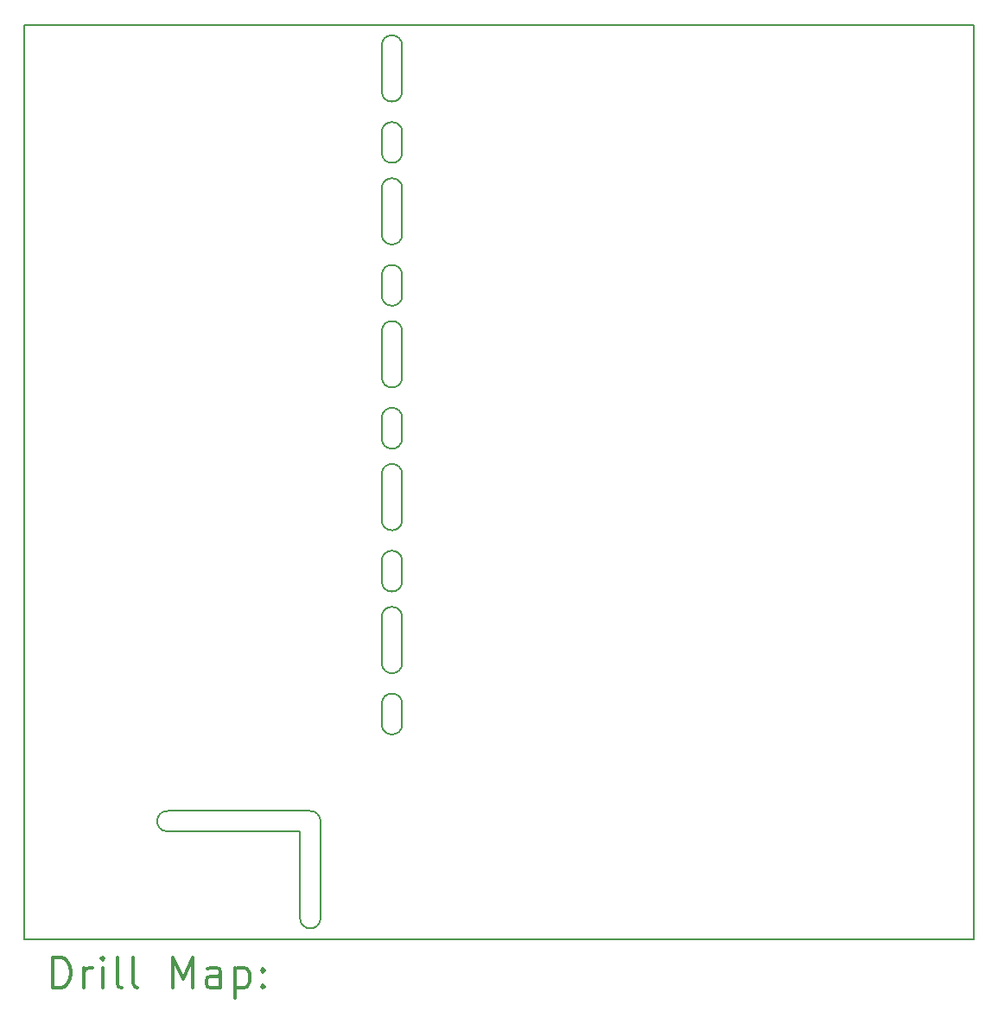
<source format=gbr>
%FSLAX45Y45*%
G04 Gerber Fmt 4.5, Leading zero omitted, Abs format (unit mm)*
G04 Created by KiCad (PCBNEW 5.0.0-fee4fd1~66~ubuntu16.04.1) date Wed Sep 19 21:28:37 2018*
%MOMM*%
%LPD*%
G01*
G04 APERTURE LIST*
%ADD10C,0.150000*%
%ADD11C,0.200000*%
%ADD12C,0.300000*%
G04 APERTURE END LIST*
D10*
X13700000Y-11650000D02*
G75*
G03X13500000Y-11650000I-100000J0D01*
G01*
X13700000Y-11650000D02*
X13700000Y-11850000D01*
X13500000Y-11850000D02*
G75*
G03X13700000Y-11850000I100000J0D01*
G01*
X13500000Y-11650000D02*
X13500000Y-11850000D01*
X13700000Y-10250000D02*
G75*
G03X13500000Y-10250000I-100000J0D01*
G01*
X13500000Y-10450000D02*
G75*
G03X13700000Y-10450000I100000J0D01*
G01*
X13500000Y-10250000D02*
X13500000Y-10450000D01*
X13700000Y-10800000D02*
G75*
G03X13500000Y-10800000I-100000J0D01*
G01*
X13500000Y-10800000D02*
X13500000Y-11250000D01*
X13500000Y-11250000D02*
G75*
G03X13700000Y-11250000I100000J0D01*
G01*
X13700000Y-10800000D02*
X13700000Y-11250000D01*
X13700000Y-10250000D02*
X13700000Y-10450000D01*
X13700000Y-8850000D02*
G75*
G03X13500000Y-8850000I-100000J0D01*
G01*
X13500000Y-9050000D02*
G75*
G03X13700000Y-9050000I100000J0D01*
G01*
X13500000Y-8850000D02*
X13500000Y-9050000D01*
X13700000Y-9400000D02*
G75*
G03X13500000Y-9400000I-100000J0D01*
G01*
X13500000Y-9400000D02*
X13500000Y-9850000D01*
X13500000Y-9850000D02*
G75*
G03X13700000Y-9850000I100000J0D01*
G01*
X13700000Y-9400000D02*
X13700000Y-9850000D01*
X13700000Y-8850000D02*
X13700000Y-9050000D01*
X12900000Y-12800000D02*
G75*
G03X12800000Y-12700000I-100000J0D01*
G01*
X12700000Y-13750000D02*
G75*
G03X12900000Y-13750000I100000J0D01*
G01*
X11400000Y-12700000D02*
G75*
G03X11400000Y-12900000I0J-100000D01*
G01*
X13700000Y-7450000D02*
G75*
G03X13500000Y-7450000I-100000J0D01*
G01*
X13700000Y-7450000D02*
X13700000Y-7650000D01*
X13700000Y-8000000D02*
G75*
G03X13500000Y-8000000I-100000J0D01*
G01*
X13700000Y-8000000D02*
X13700000Y-8450000D01*
X13500000Y-7650000D02*
G75*
G03X13700000Y-7650000I100000J0D01*
G01*
X13500000Y-7450000D02*
X13500000Y-7650000D01*
X13500000Y-8000000D02*
X13500000Y-8450000D01*
X13500000Y-8450000D02*
G75*
G03X13700000Y-8450000I100000J0D01*
G01*
X13700000Y-6050000D02*
G75*
G03X13500000Y-6050000I-100000J0D01*
G01*
X13500000Y-6250000D02*
G75*
G03X13700000Y-6250000I100000J0D01*
G01*
X13700000Y-6050000D02*
X13700000Y-6250000D01*
X13500000Y-6050000D02*
X13500000Y-6250000D01*
X13700000Y-6600000D02*
X13700000Y-7050000D01*
X13500000Y-6600000D02*
X13500000Y-7050000D01*
X13500000Y-7050000D02*
G75*
G03X13700000Y-7050000I100000J0D01*
G01*
X13700000Y-6600000D02*
G75*
G03X13500000Y-6600000I-100000J0D01*
G01*
X13700000Y-5200000D02*
X13700000Y-5650000D01*
X13500000Y-5200000D02*
X13500000Y-5650000D01*
X13500000Y-5650000D02*
G75*
G03X13700000Y-5650000I100000J0D01*
G01*
X13700000Y-5200000D02*
G75*
G03X13500000Y-5200000I-100000J0D01*
G01*
X12800000Y-12700000D02*
X11400000Y-12700000D01*
X12900000Y-13750000D02*
X12900000Y-12800000D01*
X12700000Y-12900000D02*
X12700000Y-13750000D01*
X11400000Y-12900000D02*
X12700000Y-12900000D01*
X10000000Y-13960000D02*
X10000000Y-5000000D01*
X19300000Y-13960000D02*
X10000000Y-13960000D01*
X19300000Y-5000000D02*
X19300000Y-13960000D01*
X10000000Y-5000000D02*
X19300000Y-5000000D01*
D11*
D12*
X10278928Y-14433214D02*
X10278928Y-14133214D01*
X10350357Y-14133214D01*
X10393214Y-14147500D01*
X10421786Y-14176071D01*
X10436071Y-14204643D01*
X10450357Y-14261786D01*
X10450357Y-14304643D01*
X10436071Y-14361786D01*
X10421786Y-14390357D01*
X10393214Y-14418929D01*
X10350357Y-14433214D01*
X10278928Y-14433214D01*
X10578928Y-14433214D02*
X10578928Y-14233214D01*
X10578928Y-14290357D02*
X10593214Y-14261786D01*
X10607500Y-14247500D01*
X10636071Y-14233214D01*
X10664643Y-14233214D01*
X10764643Y-14433214D02*
X10764643Y-14233214D01*
X10764643Y-14133214D02*
X10750357Y-14147500D01*
X10764643Y-14161786D01*
X10778928Y-14147500D01*
X10764643Y-14133214D01*
X10764643Y-14161786D01*
X10950357Y-14433214D02*
X10921786Y-14418929D01*
X10907500Y-14390357D01*
X10907500Y-14133214D01*
X11107500Y-14433214D02*
X11078928Y-14418929D01*
X11064643Y-14390357D01*
X11064643Y-14133214D01*
X11450357Y-14433214D02*
X11450357Y-14133214D01*
X11550357Y-14347500D01*
X11650357Y-14133214D01*
X11650357Y-14433214D01*
X11921786Y-14433214D02*
X11921786Y-14276071D01*
X11907500Y-14247500D01*
X11878928Y-14233214D01*
X11821786Y-14233214D01*
X11793214Y-14247500D01*
X11921786Y-14418929D02*
X11893214Y-14433214D01*
X11821786Y-14433214D01*
X11793214Y-14418929D01*
X11778928Y-14390357D01*
X11778928Y-14361786D01*
X11793214Y-14333214D01*
X11821786Y-14318929D01*
X11893214Y-14318929D01*
X11921786Y-14304643D01*
X12064643Y-14233214D02*
X12064643Y-14533214D01*
X12064643Y-14247500D02*
X12093214Y-14233214D01*
X12150357Y-14233214D01*
X12178928Y-14247500D01*
X12193214Y-14261786D01*
X12207500Y-14290357D01*
X12207500Y-14376071D01*
X12193214Y-14404643D01*
X12178928Y-14418929D01*
X12150357Y-14433214D01*
X12093214Y-14433214D01*
X12064643Y-14418929D01*
X12336071Y-14404643D02*
X12350357Y-14418929D01*
X12336071Y-14433214D01*
X12321786Y-14418929D01*
X12336071Y-14404643D01*
X12336071Y-14433214D01*
X12336071Y-14247500D02*
X12350357Y-14261786D01*
X12336071Y-14276071D01*
X12321786Y-14261786D01*
X12336071Y-14247500D01*
X12336071Y-14276071D01*
M02*

</source>
